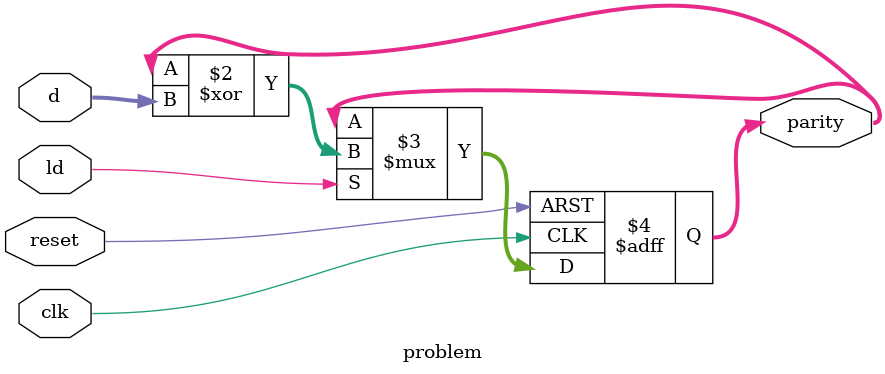
<source format=v>
module problem(
    input clk,
    // True to reset the parity to 0.
    input reset,
    // True to load data into the parity computation engine.
    input ld,
    // Data to load.
    input [7:0] d,
    // Parity computed.
    output reg [7:0] parity
);

    // SOLUTION_BEGIN
    always @(posedge clk or posedge reset) begin
        if (reset) begin
            parity <= 0;
        end else begin
            parity <= ld ? parity ^ d : parity;
        end
    end
    // SOLUTION_END

endmodule

// .. lp_build:: NptJ02EUiX
//   :builder: verilog

</source>
